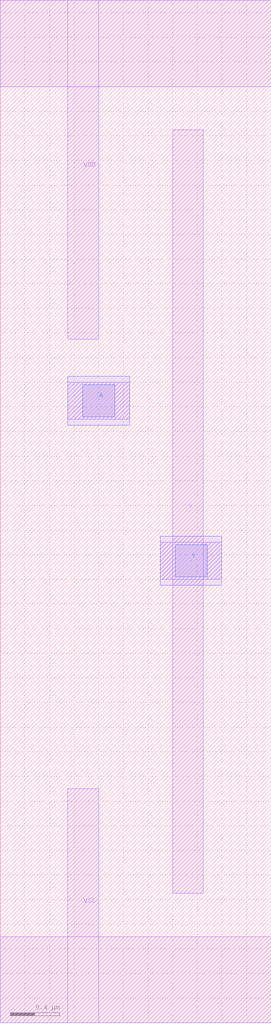
<source format=lef>
# Copyright 2022 Google LLC
# Licensed under the Apache License, Version 2.0 (the "License");
# you may not use this file except in compliance with the License.
# You may obtain a copy of the License at
#
#      http://www.apache.org/licenses/LICENSE-2.0
#
# Unless required by applicable law or agreed to in writing, software
# distributed under the License is distributed on an "AS IS" BASIS,
# WITHOUT WARRANTIES OR CONDITIONS OF ANY KIND, either express or implied.
# See the License for the specific language governing permissions and
# limitations under the License.
VERSION 5.7 ;
BUSBITCHARS "[]" ;
DIVIDERCHAR "/" ;

MACRO gf180mcu_osu_sc_gp12t3v3__inv_1
  CLASS CORE ;
  ORIGIN 0 0 ;
  FOREIGN gf180mcu_osu_sc_gp12t3v3__inv_1 0 0 ;
  SIZE 2.2 BY 8.3 ;
  SYMMETRY X Y ;
  SITE gf180mcu_osu_sc_gp12t3v3 ;
  PIN VDD
    DIRECTION INOUT ;
    USE POWER ;
    SHAPE ABUTMENT ;
    PORT
      LAYER Metal1 ;
        RECT 0 7.6 2.2 8.3 ;
        RECT 0.55 5.55 0.8 8.3 ;
    END
  END VDD
  PIN VSS
    DIRECTION INOUT ;
    USE GROUND ;
    SHAPE ABUTMENT ;
    PORT
      LAYER Metal1 ;
        RECT 0 0 2.2 0.7 ;
        RECT 0.55 0 0.8 1.9 ;
    END
  END VSS
  PIN A
    DIRECTION INPUT ;
    USE SIGNAL ;
    PORT
      LAYER Metal1 ;
        RECT 0.55 4.9 1.05 5.2 ;
      LAYER Metal2 ;
        RECT 0.55 4.85 1.05 5.25 ;
      LAYER Via1 ;
        RECT 0.67 4.92 0.93 5.18 ;
    END
  END A
  PIN Y
    DIRECTION OUTPUT ;
    USE SIGNAL ;
    PORT
      LAYER Metal1 ;
        RECT 1.3 3.6 1.8 3.9 ;
        RECT 1.4 1.05 1.65 7.25 ;
      LAYER Metal2 ;
        RECT 1.3 3.55 1.8 3.95 ;
      LAYER Via1 ;
        RECT 1.42 3.62 1.68 3.88 ;
    END
  END Y
END gf180mcu_osu_sc_gp12t3v3__inv_1

</source>
